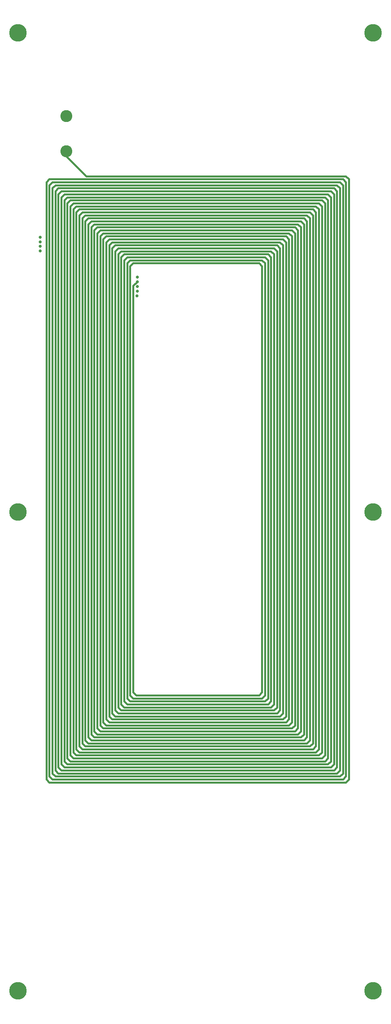
<source format=gtl>
%TF.GenerationSoftware,KiCad,Pcbnew,9.0.1*%
%TF.CreationDate,2025-04-06T17:44:16-07:00*%
%TF.ProjectId,Coil_Panel_XY,436f696c-5f50-4616-9e65-6c5f58592e6b,2.2*%
%TF.SameCoordinates,Original*%
%TF.FileFunction,Copper,L1,Top*%
%TF.FilePolarity,Positive*%
%FSLAX46Y46*%
G04 Gerber Fmt 4.6, Leading zero omitted, Abs format (unit mm)*
G04 Created by KiCad (PCBNEW 9.0.1) date 2025-04-06 17:44:16*
%MOMM*%
%LPD*%
G01*
G04 APERTURE LIST*
%TA.AperFunction,ComponentPad*%
%ADD10C,2.600000*%
%TD*%
%TA.AperFunction,ConnectorPad*%
%ADD11C,3.800000*%
%TD*%
%TA.AperFunction,ViaPad*%
%ADD12C,0.650000*%
%TD*%
%TA.AperFunction,Conductor*%
%ADD13C,0.450000*%
%TD*%
G04 APERTURE END LIST*
D10*
%TO.P,H2,1,1*%
%TO.N,unconnected-(H2-Pad1)*%
X109250000Y-24000000D03*
D11*
%TO.N,unconnected-(H2-Pad1)_1*%
X109250000Y-24000000D03*
%TD*%
D10*
%TO.P,TP1,1,1*%
%TO.N,COIL_1*%
X42700000Y-41980000D03*
%TO.P,TP1,2,2*%
%TO.N,COIL_2*%
X42700000Y-49600000D03*
%TD*%
%TO.P,H3,1,1*%
%TO.N,unconnected-(H3-Pad1)_2*%
X109250000Y-127750000D03*
D11*
%TO.N,unconnected-(H3-Pad1)_1*%
X109250000Y-127750000D03*
%TD*%
D10*
%TO.P,H6,1,1*%
%TO.N,unconnected-(H6-Pad1)*%
X32250000Y-231500000D03*
D11*
%TO.N,unconnected-(H6-Pad1)_2*%
X32250000Y-231500000D03*
%TD*%
D10*
%TO.P,H5,1,1*%
%TO.N,unconnected-(H5-Pad1)_2*%
X32250000Y-127750000D03*
D11*
%TO.N,unconnected-(H5-Pad1)*%
X32250000Y-127750000D03*
%TD*%
D10*
%TO.P,H1,1,1*%
%TO.N,unconnected-(H1-Pad1)*%
X32250000Y-24000000D03*
D11*
%TO.N,unconnected-(H1-Pad1)_1*%
X32250000Y-24000000D03*
%TD*%
D10*
%TO.P,H4,1,1*%
%TO.N,unconnected-(H4-Pad1)*%
X109250000Y-231500000D03*
D11*
%TO.N,unconnected-(H4-Pad1)_1*%
X109250000Y-231500000D03*
%TD*%
D12*
%TO.N,COIL_2*%
X58102120Y-77898057D03*
X37052120Y-69262057D03*
X37052120Y-71196369D03*
X37052120Y-68246057D03*
X58102120Y-78914057D03*
X58102120Y-79930057D03*
X58079688Y-80946057D03*
X37052120Y-70180369D03*
X58102120Y-76882057D03*
%TD*%
D13*
%TO.N,COIL_2*%
X96214620Y-62172058D02*
X45514620Y-62172058D01*
X52014620Y-69972057D02*
X52664620Y-69322058D01*
X40964620Y-184372058D02*
X40314620Y-183722058D01*
X44864620Y-180472057D02*
X44214620Y-179822058D01*
X44214620Y-62172057D02*
X44864620Y-61522057D01*
X55914620Y-168122058D02*
X55914620Y-73872057D01*
X50064620Y-173972058D02*
X50064620Y-68022057D01*
X87764620Y-70622058D02*
X88414620Y-71272057D01*
X90364620Y-172022058D02*
X89714620Y-172672058D01*
X46164620Y-64122057D02*
X46814620Y-63472057D01*
X98814620Y-59572058D02*
X42914620Y-59572058D01*
X89064620Y-172022057D02*
X53314620Y-172022057D01*
X87114620Y-71272058D02*
X87764620Y-71922058D01*
X96214620Y-63472057D02*
X96214620Y-177872058D01*
X49414620Y-175922058D02*
X48764620Y-175272058D01*
X90364620Y-173322058D02*
X52014620Y-173322058D01*
X41614620Y-183722057D02*
X40964620Y-183072058D01*
X99464620Y-58922058D02*
X42264620Y-58922058D01*
X54614620Y-169422058D02*
X54614620Y-72572058D01*
X40964620Y-183072058D02*
X40964620Y-58922057D01*
X85814620Y-168772057D02*
X56564620Y-168772057D01*
X103364620Y-56322058D02*
X102714620Y-55672058D01*
X93614620Y-175272058D02*
X92964620Y-175922058D01*
X56564620Y-168772057D02*
X55914620Y-168122058D01*
X45514620Y-178522058D02*
X45514620Y-63472057D01*
X96864620Y-62822058D02*
X96864620Y-178522058D01*
X51364620Y-172672058D02*
X51364620Y-69322058D01*
X100764620Y-183722057D02*
X41614620Y-183722057D01*
X52664620Y-70622057D02*
X53314620Y-69972057D01*
X91664620Y-66722058D02*
X92314620Y-67372058D01*
X50714620Y-173322058D02*
X50714620Y-68672057D01*
X95564620Y-64122058D02*
X95564620Y-177222058D01*
X85164620Y-73222058D02*
X85814620Y-73872058D01*
X87114620Y-72572058D02*
X87114620Y-168772058D01*
X86464620Y-71922058D02*
X87114620Y-72572058D01*
X96214620Y-179172058D02*
X46164620Y-179172058D01*
X103364620Y-55022058D02*
X47002058Y-55022058D01*
X46814620Y-178522057D02*
X46164620Y-177872058D01*
X91014620Y-67372058D02*
X91664620Y-68022057D01*
X100114620Y-58272058D02*
X41614621Y-58272058D01*
X96864620Y-61522058D02*
X44864621Y-61522058D01*
X57214620Y-166822058D02*
X57864620Y-167472057D01*
X38364620Y-185672058D02*
X39014620Y-186322058D01*
X94914620Y-177872058D02*
X47464620Y-177872058D01*
X89064620Y-69322058D02*
X52664620Y-69322058D01*
X99464620Y-181122058D02*
X98814620Y-181772057D01*
X87114620Y-71272058D02*
X54614621Y-71272058D01*
X52664620Y-172672058D02*
X52014620Y-172022058D01*
X96214620Y-177872058D02*
X95564620Y-178522057D01*
X94264620Y-64122058D02*
X94914620Y-64772057D01*
X102064620Y-56322058D02*
X39664620Y-56322058D01*
X101414620Y-56972058D02*
X102064620Y-57622058D01*
X95564620Y-62822058D02*
X96214620Y-63472057D01*
X94264620Y-177222057D02*
X48114620Y-177222057D01*
X48114620Y-175922058D02*
X48114620Y-66072058D01*
X100764620Y-58922058D02*
X100764620Y-182422058D01*
X47464620Y-177872058D02*
X46814620Y-177222058D01*
X89064620Y-70622058D02*
X89064620Y-170722058D01*
X94914620Y-63472058D02*
X95564620Y-64122058D01*
X85814620Y-72572058D02*
X86464620Y-73222057D01*
X43564620Y-180472058D02*
X43564620Y-61522057D01*
X91664620Y-173322058D02*
X91014620Y-173972057D01*
X87114620Y-170072058D02*
X55264620Y-170072058D01*
X47464620Y-65422057D02*
X48114620Y-64772057D01*
X39014620Y-55672058D02*
X38364620Y-56322058D01*
X85164620Y-166822058D02*
X85164620Y-74522057D01*
X100764620Y-57622058D02*
X101414620Y-58272057D01*
X91014620Y-67372058D02*
X50714621Y-67372058D01*
X50064620Y-68022057D02*
X50714620Y-67372058D01*
X93614620Y-66072058D02*
X93614620Y-175272058D01*
X100114620Y-181772058D02*
X99464620Y-182422058D01*
X86464620Y-168122058D02*
X85814620Y-168772057D01*
X96214620Y-62172058D02*
X96864620Y-62822058D01*
X39014620Y-185022058D02*
X39664620Y-185672058D01*
X85164620Y-73222058D02*
X56564620Y-73222058D01*
X55264620Y-73222057D02*
X55914620Y-72572058D01*
X84514620Y-73872058D02*
X57214621Y-73872058D01*
X39664620Y-56322058D02*
X39014620Y-56972057D01*
X85814620Y-167472058D02*
X85164620Y-168122058D01*
X96864620Y-178522058D02*
X96214620Y-179172058D01*
X98814620Y-59572058D02*
X99464620Y-60222057D01*
X85164620Y-74522057D02*
X84514620Y-73872058D01*
X49414620Y-174622058D02*
X49414620Y-67372057D01*
X56564620Y-74522057D02*
X57214620Y-73872058D01*
X98164620Y-60222058D02*
X43564620Y-60222058D01*
X42704000Y-50724000D02*
X42704000Y-49604000D01*
X89714620Y-68672058D02*
X52014620Y-68672058D01*
X40314620Y-185022057D02*
X102064620Y-185022057D01*
X96864620Y-179822058D02*
X45514620Y-179822058D01*
X89064620Y-69322058D02*
X89714620Y-69972057D01*
X101414620Y-184372058D02*
X40964620Y-184372058D01*
X95564620Y-177222058D02*
X94914620Y-177872058D01*
X47464620Y-176572058D02*
X47464620Y-65422057D01*
X84514620Y-167472057D02*
X85164620Y-166822058D01*
X95564620Y-178522057D02*
X46814620Y-178522057D01*
X92314620Y-67372058D02*
X92314620Y-173972058D01*
X53314620Y-170722058D02*
X53314620Y-71272057D01*
X53964620Y-171372058D02*
X53314620Y-170722058D01*
X44864620Y-62822058D02*
X45514620Y-62172058D01*
X57864620Y-167472057D02*
X84514620Y-167472057D01*
X50064620Y-175272057D02*
X49414620Y-174622058D01*
X58102120Y-77898057D02*
X57214620Y-78785557D01*
X91664620Y-174622058D02*
X50714620Y-174622058D01*
X45514620Y-63472057D02*
X46164620Y-62822058D01*
X94914620Y-63472058D02*
X46814620Y-63472058D01*
X57214620Y-78785557D02*
X57214620Y-166822058D01*
X103364620Y-185022058D02*
X103364620Y-56322058D01*
X46164620Y-179172058D02*
X45514620Y-178522058D01*
X97514620Y-62172058D02*
X97514620Y-179172058D01*
X92314620Y-173972058D02*
X91664620Y-174622058D01*
X98164620Y-60222058D02*
X98814620Y-60872058D01*
X89714620Y-68672058D02*
X90364620Y-69322058D01*
X94264620Y-65422058D02*
X94264620Y-175922058D01*
X89714620Y-171372058D02*
X89064620Y-172022057D01*
X48764620Y-66722057D02*
X49414620Y-66072058D01*
X40314620Y-56972057D02*
X39664620Y-57622057D01*
X86464620Y-169422058D02*
X55914620Y-169422058D01*
X54614620Y-72572058D02*
X55264620Y-71922058D01*
X91664620Y-66722058D02*
X50064620Y-66722058D01*
X87764620Y-70622058D02*
X53964621Y-70622058D01*
X99464620Y-60222057D02*
X99464620Y-181122058D01*
X89714620Y-69972057D02*
X89714620Y-171372058D01*
X42914620Y-181122058D02*
X42914620Y-60872057D01*
X85814620Y-73872058D02*
X85814620Y-167472058D01*
X94914620Y-176572058D02*
X94264620Y-177222057D01*
X92964620Y-174622058D02*
X92314620Y-175272057D01*
X91014620Y-68672058D02*
X91014620Y-172672058D01*
X93614620Y-64772058D02*
X48114621Y-64772058D01*
X42704000Y-49604000D02*
X42700000Y-49600000D01*
X48114620Y-177222057D02*
X47464620Y-176572058D01*
X101414620Y-58272057D02*
X101414620Y-183072058D01*
X38364620Y-56322058D02*
X38364620Y-185672058D01*
X88414620Y-69972058D02*
X53314620Y-69972058D01*
X92964620Y-65422058D02*
X93614620Y-66072058D01*
X92964620Y-65422058D02*
X48764620Y-65422058D01*
X97514620Y-60872058D02*
X98164620Y-61522057D01*
X98164620Y-61522057D02*
X98164620Y-179822058D01*
X55264620Y-168772058D02*
X55264620Y-73222057D01*
X98814620Y-60872058D02*
X98814620Y-180472058D01*
X98814620Y-181772057D02*
X43564620Y-181772057D01*
X102064620Y-185022057D02*
X102714620Y-184372058D01*
X48764620Y-175272058D02*
X48764620Y-66722057D01*
X53964620Y-71922057D02*
X54614620Y-71272057D01*
X42914620Y-60872057D02*
X43564620Y-60222057D01*
X98164620Y-181122058D02*
X44214620Y-181122058D01*
X85814620Y-72572058D02*
X55914620Y-72572058D01*
X39664620Y-185672058D02*
X102714620Y-185672058D01*
X41614620Y-59572058D02*
X42264620Y-58922058D01*
X88414620Y-69972058D02*
X89064620Y-70622058D01*
X93614620Y-64772058D02*
X94264620Y-65422058D01*
X104014620Y-185672058D02*
X104014620Y-55672058D01*
X102714620Y-184372058D02*
X102714620Y-56972057D01*
X104014620Y-55672058D02*
X103364620Y-55022058D01*
X51364620Y-69322058D02*
X52014620Y-68672058D01*
X92964620Y-66722057D02*
X92964620Y-174622058D01*
X97514620Y-60872058D02*
X44214621Y-60872058D01*
X95564620Y-62822058D02*
X46164620Y-62822058D01*
X44214620Y-179822058D02*
X44214620Y-62172057D01*
X101414620Y-56972058D02*
X40314620Y-56972058D01*
X42914620Y-182422058D02*
X42264620Y-181772058D01*
X49414620Y-67372057D02*
X50064620Y-66722057D01*
X92314620Y-66072058D02*
X92964620Y-66722057D01*
X96864620Y-61522058D02*
X97514620Y-62172058D01*
X100114620Y-58272058D02*
X100764620Y-58922058D01*
X100114620Y-59572058D02*
X100114620Y-181772058D01*
X91014620Y-172672058D02*
X90364620Y-173322058D01*
X88414620Y-170072058D02*
X87764620Y-170722057D01*
X86464620Y-71922058D02*
X55264620Y-71922058D01*
X52664620Y-171372058D02*
X52664620Y-70622057D01*
X39014620Y-186322058D02*
X103364620Y-186322058D01*
X53314620Y-71272057D02*
X53964620Y-70622058D01*
X40314620Y-58272057D02*
X40964620Y-57622058D01*
X87764620Y-71922058D02*
X87764620Y-169422058D01*
X48114620Y-66072058D02*
X48764620Y-65422058D01*
X91664620Y-68022057D02*
X91664620Y-173322058D01*
X97514620Y-179172058D02*
X96864620Y-179822058D01*
X87114620Y-168772058D02*
X86464620Y-169422058D01*
X48764620Y-176572058D02*
X48114620Y-175922058D01*
X39664620Y-57622057D02*
X39664620Y-184372058D01*
X101414620Y-183072058D02*
X100764620Y-183722057D01*
X43564620Y-61522057D02*
X44214620Y-60872058D01*
X92314620Y-66072058D02*
X49414620Y-66072058D01*
X87764620Y-170722057D02*
X54614620Y-170722057D01*
X53314620Y-172022057D02*
X52664620Y-171372058D01*
X87764620Y-169422058D02*
X87114620Y-170072058D01*
X92314620Y-175272057D02*
X50064620Y-175272057D01*
X55914620Y-73872057D02*
X56564620Y-73222057D01*
X89714620Y-172672058D02*
X52664620Y-172672058D01*
X97514620Y-180472057D02*
X44864620Y-180472057D01*
X39014620Y-56972057D02*
X39014620Y-185022058D01*
X55264620Y-170072058D02*
X54614620Y-169422058D01*
X99464620Y-182422058D02*
X42914620Y-182422058D01*
X42264620Y-60222057D02*
X42914620Y-59572058D01*
X50714620Y-174622058D02*
X50064620Y-173972058D01*
X46814620Y-64772057D02*
X47464620Y-64122058D01*
X94914620Y-64772057D02*
X94914620Y-176572058D01*
X98164620Y-179822058D02*
X97514620Y-180472057D01*
X47002058Y-55022058D02*
X42704000Y-50724000D01*
X90364620Y-68022058D02*
X91014620Y-68672058D01*
X85164620Y-168122058D02*
X57214620Y-168122058D01*
X53964620Y-170072058D02*
X53964620Y-71922057D01*
X90364620Y-69322058D02*
X90364620Y-172022058D01*
X51364620Y-173972057D02*
X50714620Y-173322058D01*
X100764620Y-182422058D02*
X100114620Y-183072058D01*
X94264620Y-64122058D02*
X47464621Y-64122058D01*
X52014620Y-173322058D02*
X51364620Y-172672058D01*
X55914620Y-169422058D02*
X55264620Y-168772058D01*
X50714620Y-68672057D02*
X51364620Y-68022057D01*
X86464620Y-73222057D02*
X86464620Y-168122058D01*
X93614620Y-176572058D02*
X48764620Y-176572058D01*
X41614620Y-182422058D02*
X41614620Y-59572058D01*
X40314620Y-183722058D02*
X40314620Y-58272057D01*
X99464620Y-58922058D02*
X100114620Y-59572058D01*
X45514620Y-179822058D02*
X44864620Y-179172058D01*
X92964620Y-175922058D02*
X49414620Y-175922058D01*
X102064620Y-57622058D02*
X102064620Y-183722058D01*
X88414620Y-71272057D02*
X88414620Y-170072058D01*
X43564620Y-181772057D02*
X42914620Y-181122058D01*
X103364620Y-186322058D02*
X104014620Y-185672058D01*
X88414620Y-171372058D02*
X53964620Y-171372058D01*
X56564620Y-167472058D02*
X56564620Y-74522057D01*
X46814620Y-177222058D02*
X46814620Y-64772057D01*
X44214620Y-181122058D02*
X43564620Y-180472058D01*
X39664620Y-184372058D02*
X40314620Y-185022057D01*
X54614620Y-170722057D02*
X53964620Y-170072058D01*
X42264620Y-183072058D02*
X41614620Y-182422058D01*
X102714620Y-56972057D02*
X102064620Y-56322058D01*
X94264620Y-175922058D02*
X93614620Y-176572058D01*
X102714620Y-55672058D02*
X39014620Y-55672058D01*
X100764620Y-57622058D02*
X40964621Y-57622058D01*
X42264620Y-181772058D02*
X42264620Y-60222057D01*
X46164620Y-177872058D02*
X46164620Y-64122057D01*
X90364620Y-68022058D02*
X51364621Y-68022058D01*
X98814620Y-180472058D02*
X98164620Y-181122058D01*
X40964620Y-58922057D02*
X41614620Y-58272057D01*
X91014620Y-173972057D02*
X51364620Y-173972057D01*
X102714620Y-185672058D02*
X103364620Y-185022058D01*
X89064620Y-170722058D02*
X88414620Y-171372058D01*
X44864620Y-179172058D02*
X44864620Y-62822058D01*
X102064620Y-183722058D02*
X101414620Y-184372058D01*
X100114620Y-183072058D02*
X42264620Y-183072058D01*
X57214620Y-168122058D02*
X56564620Y-167472058D01*
X52014620Y-172022058D02*
X52014620Y-69972057D01*
%TD*%
M02*

</source>
